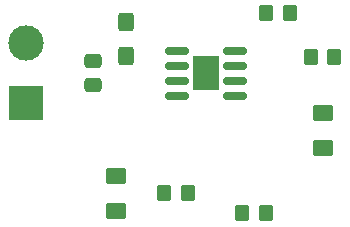
<source format=gbr>
%TF.GenerationSoftware,KiCad,Pcbnew,(6.0.10)*%
%TF.CreationDate,2023-03-03T00:14:05-08:00*%
%TF.ProjectId,ex 2,65782032-2e6b-4696-9361-645f70636258,rev?*%
%TF.SameCoordinates,Original*%
%TF.FileFunction,Soldermask,Top*%
%TF.FilePolarity,Negative*%
%FSLAX46Y46*%
G04 Gerber Fmt 4.6, Leading zero omitted, Abs format (unit mm)*
G04 Created by KiCad (PCBNEW (6.0.10)) date 2023-03-03 00:14:05*
%MOMM*%
%LPD*%
G01*
G04 APERTURE LIST*
G04 Aperture macros list*
%AMRoundRect*
0 Rectangle with rounded corners*
0 $1 Rounding radius*
0 $2 $3 $4 $5 $6 $7 $8 $9 X,Y pos of 4 corners*
0 Add a 4 corners polygon primitive as box body*
4,1,4,$2,$3,$4,$5,$6,$7,$8,$9,$2,$3,0*
0 Add four circle primitives for the rounded corners*
1,1,$1+$1,$2,$3*
1,1,$1+$1,$4,$5*
1,1,$1+$1,$6,$7*
1,1,$1+$1,$8,$9*
0 Add four rect primitives between the rounded corners*
20,1,$1+$1,$2,$3,$4,$5,0*
20,1,$1+$1,$4,$5,$6,$7,0*
20,1,$1+$1,$6,$7,$8,$9,0*
20,1,$1+$1,$8,$9,$2,$3,0*%
G04 Aperture macros list end*
%ADD10RoundRect,0.250000X0.350000X0.450000X-0.350000X0.450000X-0.350000X-0.450000X0.350000X-0.450000X0*%
%ADD11R,3.000000X3.000000*%
%ADD12C,3.000000*%
%ADD13RoundRect,0.250000X-0.350000X-0.450000X0.350000X-0.450000X0.350000X0.450000X-0.350000X0.450000X0*%
%ADD14RoundRect,0.250001X-0.624999X0.462499X-0.624999X-0.462499X0.624999X-0.462499X0.624999X0.462499X0*%
%ADD15RoundRect,0.250000X0.475000X-0.337500X0.475000X0.337500X-0.475000X0.337500X-0.475000X-0.337500X0*%
%ADD16RoundRect,0.250000X0.425000X-0.537500X0.425000X0.537500X-0.425000X0.537500X-0.425000X-0.537500X0*%
%ADD17RoundRect,0.150000X-0.825000X-0.150000X0.825000X-0.150000X0.825000X0.150000X-0.825000X0.150000X0*%
%ADD18R,2.290000X3.000000*%
%ADD19RoundRect,0.250001X0.624999X-0.462499X0.624999X0.462499X-0.624999X0.462499X-0.624999X-0.462499X0*%
G04 APERTURE END LIST*
D10*
%TO.C,R2*%
X160727064Y-79920000D03*
X158727064Y-79920000D03*
%TD*%
D11*
%TO.C,J1*%
X134620000Y-83820000D03*
D12*
X134620000Y-78740000D03*
%TD*%
D13*
%TO.C,R1*%
X154940000Y-76200000D03*
X156940000Y-76200000D03*
%TD*%
D14*
%TO.C,D2*%
X142240000Y-89952500D03*
X142240000Y-92927500D03*
%TD*%
D15*
%TO.C,C2*%
X140255000Y-82317500D03*
X140255000Y-80242500D03*
%TD*%
D10*
%TO.C,R3*%
X154940000Y-93145000D03*
X152940000Y-93145000D03*
%TD*%
D16*
%TO.C,C1*%
X143040000Y-79837500D03*
X143040000Y-76962500D03*
%TD*%
D17*
%TO.C,U1*%
X147385000Y-79375000D03*
X147385000Y-80645000D03*
X147385000Y-81915000D03*
X147385000Y-83185000D03*
X152335000Y-83185000D03*
X152335000Y-81915000D03*
X152335000Y-80645000D03*
X152335000Y-79375000D03*
D18*
X149860000Y-81280000D03*
%TD*%
D19*
%TO.C,D1*%
X159762500Y-87642500D03*
X159762500Y-84667500D03*
%TD*%
D10*
%TO.C,R4*%
X148320000Y-91440000D03*
X146320000Y-91440000D03*
%TD*%
M02*

</source>
